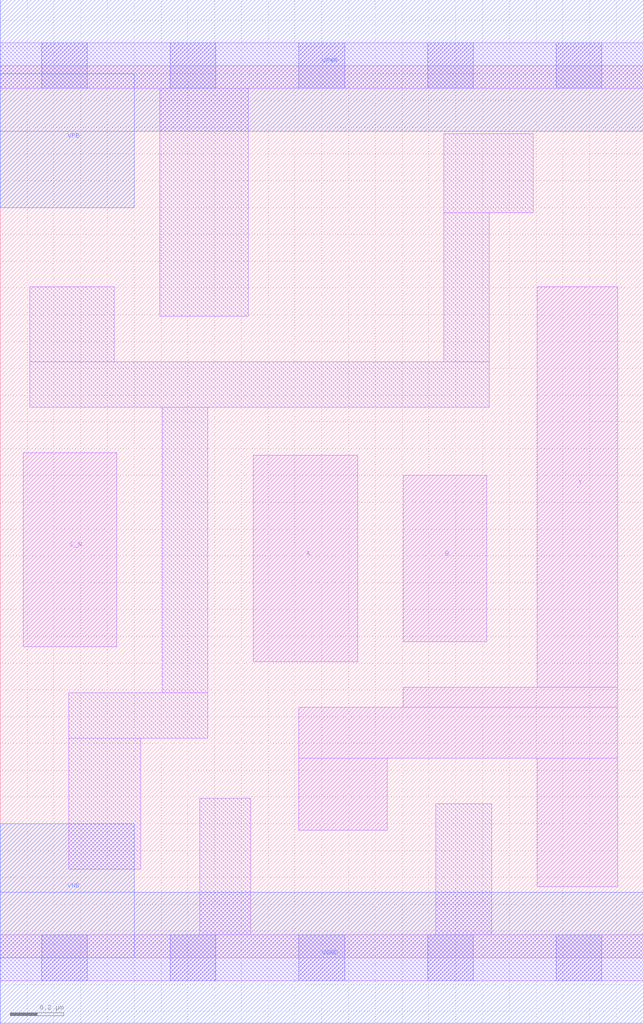
<source format=lef>
# Copyright 2020 The SkyWater PDK Authors
#
# Licensed under the Apache License, Version 2.0 (the "License");
# you may not use this file except in compliance with the License.
# You may obtain a copy of the License at
#
#     https://www.apache.org/licenses/LICENSE-2.0
#
# Unless required by applicable law or agreed to in writing, software
# distributed under the License is distributed on an "AS IS" BASIS,
# WITHOUT WARRANTIES OR CONDITIONS OF ANY KIND, either express or implied.
# See the License for the specific language governing permissions and
# limitations under the License.
#
# SPDX-License-Identifier: Apache-2.0

VERSION 5.5 ;
NAMESCASESENSITIVE ON ;
BUSBITCHARS "[]" ;
DIVIDERCHAR "/" ;
MACRO sky130_fd_sc_lp__nor3b_m
  CLASS CORE ;
  SOURCE USER ;
  ORIGIN  0.000000  0.000000 ;
  SIZE  2.400000 BY  3.330000 ;
  SYMMETRY X Y R90 ;
  SITE unit ;
  PIN A
    ANTENNAGATEAREA  0.126000 ;
    DIRECTION INPUT ;
    USE SIGNAL ;
    PORT
      LAYER li1 ;
        RECT 0.945000 1.105000 1.335000 1.875000 ;
    END
  END A
  PIN B
    ANTENNAGATEAREA  0.126000 ;
    DIRECTION INPUT ;
    USE SIGNAL ;
    PORT
      LAYER li1 ;
        RECT 1.505000 1.180000 1.815000 1.800000 ;
    END
  END B
  PIN C_N
    ANTENNAGATEAREA  0.126000 ;
    DIRECTION INPUT ;
    USE SIGNAL ;
    PORT
      LAYER li1 ;
        RECT 0.085000 1.160000 0.435000 1.885000 ;
    END
  END C_N
  PIN Y
    ANTENNADIFFAREA  0.340200 ;
    DIRECTION OUTPUT ;
    USE SIGNAL ;
    PORT
      LAYER li1 ;
        RECT 1.115000 0.475000 1.445000 0.745000 ;
        RECT 1.115000 0.745000 2.305000 0.935000 ;
        RECT 1.505000 0.935000 2.305000 1.010000 ;
        RECT 2.005000 0.265000 2.305000 0.745000 ;
        RECT 2.005000 1.010000 2.305000 2.505000 ;
    END
  END Y
  PIN VGND
    DIRECTION INOUT ;
    USE GROUND ;
    PORT
      LAYER met1 ;
        RECT 0.000000 -0.245000 2.400000 0.245000 ;
    END
  END VGND
  PIN VNB
    DIRECTION INOUT ;
    USE GROUND ;
    PORT
      LAYER met1 ;
        RECT 0.000000 0.000000 0.500000 0.500000 ;
    END
  END VNB
  PIN VPB
    DIRECTION INOUT ;
    USE POWER ;
    PORT
      LAYER met1 ;
        RECT 0.000000 2.800000 0.500000 3.300000 ;
    END
  END VPB
  PIN VPWR
    DIRECTION INOUT ;
    USE POWER ;
    PORT
      LAYER met1 ;
        RECT 0.000000 3.085000 2.400000 3.575000 ;
    END
  END VPWR
  OBS
    LAYER li1 ;
      RECT 0.000000 -0.085000 2.400000 0.085000 ;
      RECT 0.000000  3.245000 2.400000 3.415000 ;
      RECT 0.110000  2.055000 1.825000 2.225000 ;
      RECT 0.110000  2.225000 0.425000 2.505000 ;
      RECT 0.255000  0.330000 0.525000 0.820000 ;
      RECT 0.255000  0.820000 0.775000 0.990000 ;
      RECT 0.595000  2.395000 0.925000 3.245000 ;
      RECT 0.605000  0.990000 0.775000 2.055000 ;
      RECT 0.745000  0.085000 0.935000 0.595000 ;
      RECT 1.625000  0.085000 1.835000 0.575000 ;
      RECT 1.655000  2.225000 1.825000 2.780000 ;
      RECT 1.655000  2.780000 1.990000 3.075000 ;
    LAYER mcon ;
      RECT 0.155000 -0.085000 0.325000 0.085000 ;
      RECT 0.155000  3.245000 0.325000 3.415000 ;
      RECT 0.635000 -0.085000 0.805000 0.085000 ;
      RECT 0.635000  3.245000 0.805000 3.415000 ;
      RECT 1.115000 -0.085000 1.285000 0.085000 ;
      RECT 1.115000  3.245000 1.285000 3.415000 ;
      RECT 1.595000 -0.085000 1.765000 0.085000 ;
      RECT 1.595000  3.245000 1.765000 3.415000 ;
      RECT 2.075000 -0.085000 2.245000 0.085000 ;
      RECT 2.075000  3.245000 2.245000 3.415000 ;
  END
END sky130_fd_sc_lp__nor3b_m

</source>
